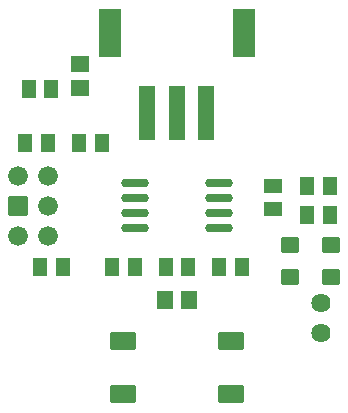
<source format=gts>
G04 Layer: TopSolderMaskLayer*
G04 EasyEDA v6.5.22, 2023-04-02 13:19:52*
G04 e11523a40a7546c49719b0b35a8351d0,15f4cc3622644fce95c1d8fbedb56722,10*
G04 Gerber Generator version 0.2*
G04 Scale: 100 percent, Rotated: No, Reflected: No *
G04 Dimensions in millimeters *
G04 leading zeros omitted , absolute positions ,4 integer and 5 decimal *
%FSLAX45Y45*%
%MOMM*%

%AMMACRO1*1,1,$1,$2,$3*1,1,$1,$4,$5*1,1,$1,0-$2,0-$3*1,1,$1,0-$4,0-$5*20,1,$1,$2,$3,$4,$5,0*20,1,$1,$4,$5,0-$2,0-$3,0*20,1,$1,0-$2,0-$3,0-$4,0-$5,0*20,1,$1,0-$4,0-$5,$2,$3,0*4,1,4,$2,$3,$4,$5,0-$2,0-$3,0-$4,0-$5,$2,$3,0*%
%ADD10MACRO1,0.1016X-0.6885X0.5663X0.6885X0.5663*%
%ADD11MACRO1,0.1016X-0.6885X-0.5663X0.6885X-0.5663*%
%ADD12MACRO1,0.1016X0.5663X0.6885X0.5663X-0.6885*%
%ADD13MACRO1,0.1016X-0.5663X0.6885X-0.5663X-0.6885*%
%ADD14MACRO1,0.1016X-0.7X0.6X0.7X0.6*%
%ADD15MACRO1,0.1016X0.7X-0.6X-0.7X-0.6*%
%ADD16MACRO1,0.1016X0.6502X-0.6998X-0.6502X-0.6998*%
%ADD17MACRO1,0.1016X-0.5663X-0.6885X-0.5663X0.6885*%
%ADD18MACRO1,0.1016X0.5663X-0.6885X0.5663X0.6885*%
%ADD19MACRO1,0.1016X1.05X-0.7X-1.05X-0.7*%
%ADD20O,2.3516082000000003X0.7315962*%
%ADD21C,1.6256*%
%ADD22MACRO1,0.1X0.65X-2.25X-0.65X-2.25*%
%ADD23MACRO1,0.1X0.9X-1.95X-0.9X-1.95*%
%ADD24C,1.6764*%
%ADD25MACRO1,0.1016X-0.7874X-0.7874X-0.7874X0.7874*%
%ADD26MACRO1,0.1016X-0.6998X-0.6502X-0.6998X0.6502*%

%LPD*%
D10*
G01*
X809998Y-26626D03*
D11*
G01*
X809998Y166626D03*
D12*
G01*
X-546625Y-519998D03*
D13*
G01*
X-353372Y-519998D03*
D14*
G01*
X958289Y-330481D03*
G01*
X1305281Y-330481D03*
D15*
G01*
X1305281Y-598520D03*
G01*
X958289Y-598520D03*
D16*
G01*
X105028Y-799998D03*
G01*
X-105028Y-799998D03*
D17*
G01*
X1296624Y-80975D03*
D18*
G01*
X1103370Y-80975D03*
D17*
G01*
X1296624Y169999D03*
D18*
G01*
X1103370Y169999D03*
D17*
G01*
X-963371Y-519998D03*
D18*
G01*
X-1156624Y-519998D03*
D17*
G01*
X96626Y-519998D03*
D18*
G01*
X-96626Y-519998D03*
D17*
G01*
X-1063371Y989998D03*
D18*
G01*
X-1256624Y989998D03*
D12*
G01*
X353372Y-519998D03*
D13*
G01*
X546625Y-519998D03*
D19*
G01*
X455256Y-1144988D03*
G01*
X-455053Y-1144988D03*
G01*
X-455358Y-1594990D03*
G01*
X455358Y-1595008D03*
D20*
G01*
X353009Y-190500D03*
G01*
X353009Y-63500D03*
G01*
X353009Y63500D03*
G01*
X353009Y190500D03*
G01*
X-353009Y-190500D03*
G01*
X-353009Y-63500D03*
G01*
X-353009Y63500D03*
G01*
X-353009Y190500D03*
D21*
G01*
X1220012Y-1073988D03*
G01*
X1220012Y-819988D03*
D22*
G01*
X250003Y785000D03*
G01*
X5Y784999D03*
D23*
G01*
X570003Y1464998D03*
G01*
X-569998Y1464998D03*
D22*
G01*
X-249994Y784999D03*
D24*
G01*
X-1343990Y254000D03*
G01*
X-1089990Y254000D03*
D25*
G01*
X-1343997Y5D03*
D24*
G01*
X-1089990Y0D03*
G01*
X-1343990Y-254000D03*
G01*
X-1089990Y-254000D03*
D12*
G01*
X-1286624Y529998D03*
D13*
G01*
X-1093370Y529998D03*
D17*
G01*
X-633371Y529998D03*
D18*
G01*
X-826625Y529998D03*
D26*
G01*
X-819998Y994968D03*
G01*
X-819998Y1205026D03*
M02*

</source>
